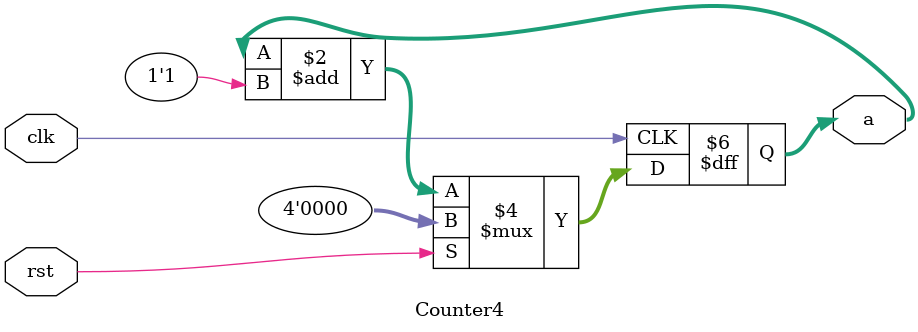
<source format=v>
module Counter4 (input rst, input clk, output reg [3:0] a);
	always @ (posedge clk)
	begin
		if (rst)
			a <= 4'b0000;
		else
			a <= a + 1'b1;
	end
endmodule

</source>
